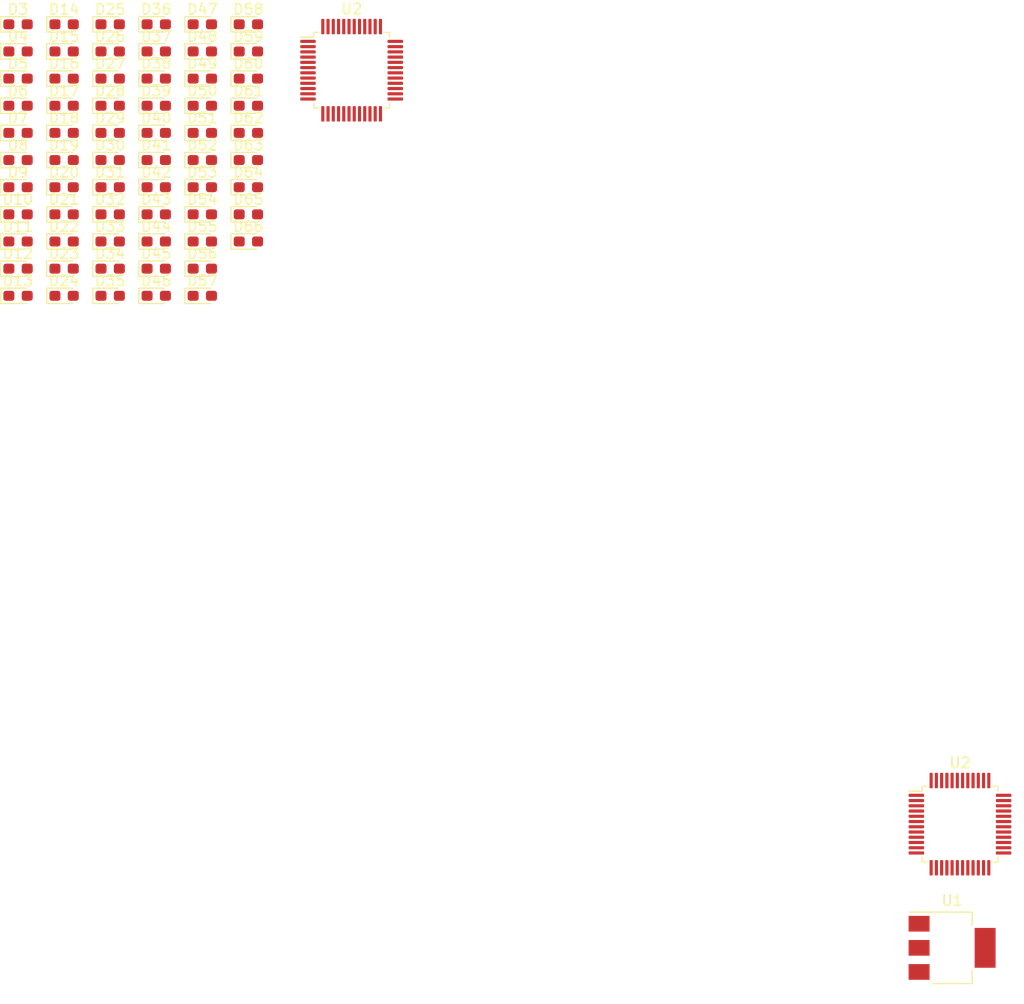
<source format=kicad_pcb>
(kicad_pcb (version 20221018) (generator pcbnew)
  (layers (0 "F.Cu" signal) (31 "B.Cu" signal) (34 "B.Paste" user) (35 "F.Paste" user) (36 "B.SilkS" user "B.Silkscreen") (37 "F.SilkS" user "F.Silkscreen") (38 "B.Mask" user) (39 "F.Mask" user) (44 "Edge.Cuts" user))
  (net 0 "")
  (net 1 "GND")
  (net 26 "Net-(U2-VSS-Pad23)")
  (footprint "LED_SMD:LED_0603_1608Metric_Pad1.05x0.95mm_HandSolder" (layer "F.Cu") (at 14.905 3.385)
    (fp_text reference "D37" (at 0 -1.43) (layer "F.SilkS"))
    (fp_text value "LED")
    (pad "1" smd roundrect (at -0.875 0) (size 1.05 0.95) (layers "F.Cu" "F.Paste" "F.Mask"))
    (pad "2" smd roundrect (at 0.875 0) (size 1.05 0.95) (layers "F.Cu" "F.Paste" "F.Mask"))
  )
  (footprint "LED_SMD:LED_0603_1608Metric_Pad1.05x0.95mm_HandSolder" (layer "F.Cu") (at 1.72 26.695)
    (fp_text reference "D13" (at 0 -1.43) (layer "F.SilkS"))
    (fp_text value "LED")
    (pad "1" smd roundrect (at -0.875 0) (size 1.05 0.95) (layers "F.Cu" "F.Paste" "F.Mask"))
    (pad "2" smd roundrect (at 0.875 0) (size 1.05 0.95) (layers "F.Cu" "F.Paste" "F.Mask"))
  )
  (footprint "LED_SMD:LED_0603_1608Metric_Pad1.05x0.95mm_HandSolder" (layer "F.Cu") (at 6.115 26.695)
    (fp_text reference "D24" (at 0 -1.43) (layer "F.SilkS"))
    (fp_text value "LED")
    (pad "1" smd roundrect (at -0.875 0) (size 1.05 0.95) (layers "F.Cu" "F.Paste" "F.Mask"))
    (pad "2" smd roundrect (at 0.875 0) (size 1.05 0.95) (layers "F.Cu" "F.Paste" "F.Mask"))
  )
  (footprint "LED_SMD:LED_0603_1608Metric_Pad1.05x0.95mm_HandSolder" (layer "F.Cu") (at 6.115 3.385)
    (fp_text reference "D15" (at 0 -1.43) (layer "F.SilkS"))
    (fp_text value "LED")
    (pad "1" smd roundrect (at -0.875 0) (size 1.05 0.95) (layers "F.Cu" "F.Paste" "F.Mask"))
    (pad "2" smd roundrect (at 0.875 0) (size 1.05 0.95) (layers "F.Cu" "F.Paste" "F.Mask"))
  )
  (footprint "LED_SMD:LED_0603_1608Metric_Pad1.05x0.95mm_HandSolder" (layer "F.Cu") (at 14.905 11.155)
    (fp_text reference "D40" (at 0 -1.43) (layer "F.SilkS"))
    (fp_text value "LED")
    (pad "1" smd roundrect (at -0.875 0) (size 1.05 0.95) (layers "F.Cu" "F.Paste" "F.Mask"))
    (pad "2" smd roundrect (at 0.875 0) (size 1.05 0.95) (layers "F.Cu" "F.Paste" "F.Mask"))
  )
  (footprint "LED_SMD:LED_0603_1608Metric_Pad1.05x0.95mm_HandSolder" (layer "F.Cu") (at 14.905 18.925)
    (fp_text reference "D43" (at 0 -1.43) (layer "F.SilkS"))
    (fp_text value "LED")
    (pad "1" smd roundrect (at -0.875 0) (size 1.05 0.95) (layers "F.Cu" "F.Paste" "F.Mask"))
    (pad "2" smd roundrect (at 0.875 0) (size 1.05 0.95) (layers "F.Cu" "F.Paste" "F.Mask"))
  )
  (footprint "LED_SMD:LED_0603_1608Metric_Pad1.05x0.95mm_HandSolder" (layer "F.Cu") (at 10.51 8.565)
    (fp_text reference "D28" (at 0 -1.43) (layer "F.SilkS"))
    (fp_text value "LED")
    (pad "1" smd roundrect (at -0.875 0) (size 1.05 0.95) (layers "F.Cu" "F.Paste" "F.Mask"))
    (pad "2" smd roundrect (at 0.875 0) (size 1.05 0.95) (layers "F.Cu" "F.Paste" "F.Mask"))
  )
  (footprint "LED_SMD:LED_0603_1608Metric_Pad1.05x0.95mm_HandSolder" (layer "F.Cu") (at 10.51 18.925)
    (fp_text reference "D32" (at 0 -1.43) (layer "F.SilkS"))
    (fp_text value "LED")
    (pad "1" smd roundrect (at -0.875 0) (size 1.05 0.95) (layers "F.Cu" "F.Paste" "F.Mask"))
    (pad "2" smd roundrect (at 0.875 0) (size 1.05 0.95) (layers "F.Cu" "F.Paste" "F.Mask"))
  )
  (footprint "LED_SMD:LED_0603_1608Metric_Pad1.05x0.95mm_HandSolder" (layer "F.Cu") (at 10.51 26.695)
    (fp_text reference "D35" (at 0 -1.43) (layer "F.SilkS"))
    (fp_text value "LED")
    (pad "1" smd roundrect (at -0.875 0) (size 1.05 0.95) (layers "F.Cu" "F.Paste" "F.Mask"))
    (pad "2" smd roundrect (at 0.875 0) (size 1.05 0.95) (layers "F.Cu" "F.Paste" "F.Mask"))
  )
  (footprint "LED_SMD:LED_0603_1608Metric_Pad1.05x0.95mm_HandSolder" (layer "F.Cu") (at 1.72 8.565)
    (fp_text reference "D6" (at 0 -1.43) (layer "F.SilkS"))
    (fp_text value "LED")
    (pad "1" smd roundrect (at -0.875 0) (size 1.05 0.95) (layers "F.Cu" "F.Paste" "F.Mask"))
    (pad "2" smd roundrect (at 0.875 0) (size 1.05 0.95) (layers "F.Cu" "F.Paste" "F.Mask"))
  )
  (footprint "LED_SMD:LED_0603_1608Metric_Pad1.05x0.95mm_HandSolder" (layer "F.Cu") (at 19.3 26.695)
    (fp_text reference "D57" (at 0 -1.43) (layer "F.SilkS"))
    (fp_text value "LED")
    (pad "1" smd roundrect (at -0.875 0) (size 1.05 0.95) (layers "F.Cu" "F.Paste" "F.Mask"))
    (pad "2" smd roundrect (at 0.875 0) (size 1.05 0.95) (layers "F.Cu" "F.Paste" "F.Mask"))
  )
  (footprint "LED_SMD:LED_0603_1608Metric_Pad1.05x0.95mm_HandSolder" (layer "F.Cu") (at 14.905 26.695)
    (fp_text reference "D46" (at 0 -1.43) (layer "F.SilkS"))
    (fp_text value "LED")
    (pad "1" smd roundrect (at -0.875 0) (size 1.05 0.95) (layers "F.Cu" "F.Paste" "F.Mask"))
    (pad "2" smd roundrect (at 0.875 0) (size 1.05 0.95) (layers "F.Cu" "F.Paste" "F.Mask"))
  )
  (footprint "LED_SMD:LED_0603_1608Metric_Pad1.05x0.95mm_HandSolder" (layer "F.Cu") (at 1.72 11.155)
    (fp_text reference "D7" (at 0 -1.43) (layer "F.SilkS"))
    (fp_text value "LED")
    (pad "1" smd roundrect (at -0.875 0) (size 1.05 0.95) (layers "F.Cu" "F.Paste" "F.Mask"))
    (pad "2" smd roundrect (at 0.875 0) (size 1.05 0.95) (layers "F.Cu" "F.Paste" "F.Mask"))
  )
  (footprint "Package_QFP:LQFP-48_7x7mm_P0.5mm" (layer "F.Cu") (at 91.58 77.1)
    (fp_text reference "U2" (at 0 -5.85) (layer "F.SilkS"))
    (fp_text value "STM32F103C8Tx")
    (pad "1" smd roundrect (at -4.1625 -2.75) (size 1.475 0.3) (layers "F.Cu" "F.Paste" "F.Mask"))
    (pad "2" smd roundrect (at -4.1625 -2.25) (size 1.475 0.3) (layers "F.Cu" "F.Paste" "F.Mask"))
    (pad "3" smd roundrect (at -4.1625 -1.75) (size 1.475 0.3) (layers "F.Cu" "F.Paste" "F.Mask"))
    (pad "4" smd roundrect (at -4.1625 -1.25) (size 1.475 0.3) (layers "F.Cu" "F.Paste" "F.Mask"))
    (pad "5" smd roundrect (at -4.1625 -0.75) (size 1.475 0.3) (layers "F.Cu" "F.Paste" "F.Mask"))
    (pad "6" smd roundrect (at -4.1625 -0.25) (size 1.475 0.3) (layers "F.Cu" "F.Paste" "F.Mask"))
    (pad "7" smd roundrect (at -4.1625 0.25) (size 1.475 0.3) (layers "F.Cu" "F.Paste" "F.Mask"))
    (pad "8" smd roundrect (at -4.1625 0.75) (size 1.475 0.3) (layers "F.Cu" "F.Paste" "F.Mask"))
    (pad "9" smd roundrect (at -4.1625 1.25) (size 1.475 0.3) (layers "F.Cu" "F.Paste" "F.Mask"))
    (pad "10" smd roundrect (at -4.1625 1.75) (size 1.475 0.3) (layers "F.Cu" "F.Paste" "F.Mask"))
    (pad "11" smd roundrect (at -4.1625 2.25) (size 1.475 0.3) (layers "F.Cu" "F.Paste" "F.Mask"))
    (pad "12" smd roundrect (at -4.1625 2.75) (size 1.475 0.3) (layers "F.Cu" "F.Paste" "F.Mask"))
    (pad "13" smd roundrect (at -2.75 4.1625) (size 0.3 1.475) (layers "F.Cu" "F.Paste" "F.Mask"))
    (pad "14" smd roundrect (at -2.25 4.1625) (size 0.3 1.475) (layers "F.Cu" "F.Paste" "F.Mask"))
    (pad "15" smd roundrect (at -1.75 4.1625) (size 0.3 1.475) (layers "F.Cu" "F.Paste" "F.Mask"))
    (pad "16" smd roundrect (at -1.25 4.1625) (size 0.3 1.475) (layers "F.Cu" "F.Paste" "F.Mask"))
    (pad "17" smd roundrect (at -0.75 4.1625) (size 0.3 1.475) (layers "F.Cu" "F.Paste" "F.Mask"))
    (pad "18" smd roundrect (at -0.25 4.1625) (size 0.3 1.475) (layers "F.Cu" "F.Paste" "F.Mask"))
    (pad "19" smd roundrect (at 0.25 4.1625) (size 0.3 1.475) (layers "F.Cu" "F.Paste" "F.Mask"))
    (pad "20" smd roundrect (at 0.75 4.1625) (size 0.3 1.475) (layers "F.Cu" "F.Paste" "F.Mask"))
    (pad "21" smd roundrect (at 1.25 4.1625) (size 0.3 1.475) (layers "F.Cu" "F.Paste" "F.Mask"))
    (pad "22" smd roundrect (at 1.75 4.1625) (size 0.3 1.475) (layers "F.Cu" "F.Paste" "F.Mask"))
    (pad "23" smd roundrect (at 2.25 4.1625) (size 0.3 1.475) (layers "F.Cu" "F.Paste" "F.Mask") (net 26 "Net-(U2-VSS-Pad23)"))
    (pad "24" smd roundrect (at 2.75 4.1625) (size 0.3 1.475) (layers "F.Cu" "F.Paste" "F.Mask"))
    (pad "25" smd roundrect (at 4.1625 2.75) (size 1.475 0.3) (layers "F.Cu" "F.Paste" "F.Mask"))
    (pad "26" smd roundrect (at 4.1625 2.25) (size 1.475 0.3) (layers "F.Cu" "F.Paste" "F.Mask"))
    (pad "27" smd roundrect (at 4.1625 1.75) (size 1.475 0.3) (layers "F.Cu" "F.Paste" "F.Mask"))
    (pad "28" smd roundrect (at 4.1625 1.25) (size 1.475 0.3) (layers "F.Cu" "F.Paste" "F.Mask"))
    (pad "29" smd roundrect (at 4.1625 0.75) (size 1.475 0.3) (layers "F.Cu" "F.Paste" "F.Mask"))
    (pad "30" smd roundrect (at 4.1625 0.25) (size 1.475 0.3) (layers "F.Cu" "F.Paste" "F.Mask"))
    (pad "31" smd roundrect (at 4.1625 -0.25) (size 1.475 0.3) (layers "F.Cu" "F.Paste" "F.Mask"))
    (pad "32" smd roundrect (at 4.1625 -0.75) (size 1.475 0.3) (layers "F.Cu" "F.Paste" "F.Mask"))
    (pad "33" smd roundrect (at 4.1625 -1.25) (size 1.475 0.3) (layers "F.Cu" "F.Paste" "F.Mask"))
    (pad "34" smd roundrect (at 4.1625 -1.75) (size 1.475 0.3) (layers "F.Cu" "F.Paste" "F.Mask"))
    (pad "35" smd roundrect (at 4.1625 -2.25) (size 1.475 0.3) (layers "F.Cu" "F.Paste" "F.Mask") (net 26 "Net-(U2-VSS-Pad23)"))
    (pad "36" smd roundrect (at 4.1625 -2.75) (size 1.475 0.3) (layers "F.Cu" "F.Paste" "F.Mask"))
    (pad "37" smd roundrect (at 2.75 -4.1625) (size 0.3 1.475) (layers "F.Cu" "F.Paste" "F.Mask"))
    (pad "38" smd roundrect (at 2.25 -4.1625) (size 0.3 1.475) (layers "F.Cu" "F.Paste" "F.Mask"))
    (pad "39" smd roundrect (at 1.75 -4.1625) (size 0.3 1.475) (layers "F.Cu" "F.Paste" "F.Mask"))
    (pad "40" smd roundrect (at 1.25 -4.1625) (size 0.3 1.475) (layers "F.Cu" "F.Paste" "F.Mask"))
    (pad "41" smd roundrect (at 0.75 -4.1625) (size 0.3 1.475) (layers "F.Cu" "F.Paste" "F.Mask"))
    (pad "42" smd roundrect (at 0.25 -4.1625) (size 0.3 1.475) (layers "F.Cu" "F.Paste" "F.Mask"))
    (pad "43" smd roundrect (at -0.25 -4.1625) (size 0.3 1.475) (layers "F.Cu" "F.Paste" "F.Mask"))
    (pad "44" smd roundrect (at -0.75 -4.1625) (size 0.3 1.475) (layers "F.Cu" "F.Paste" "F.Mask"))
    (pad "45" smd roundrect (at -1.25 -4.1625) (size 0.3 1.475) (layers "F.Cu" "F.Paste" "F.Mask"))
    (pad "46" smd roundrect (at -1.75 -4.1625) (size 0.3 1.475) (layers "F.Cu" "F.Paste" "F.Mask"))
    (pad "47" smd roundrect (at -2.25 -4.1625) (size 0.3 1.475) (layers "F.Cu" "F.Paste" "F.Mask") (net 26 "Net-(U2-VSS-Pad23)"))
    (pad "48" smd roundrect (at -2.75 -4.1625) (size 0.3 1.475) (layers "F.Cu" "F.Paste" "F.Mask"))
  )
  (footprint "LED_SMD:LED_0603_1608Metric_Pad1.05x0.95mm_HandSolder" (layer "F.Cu") (at 19.3 18.925)
    (fp_text reference "D54" (at 0 -1.43) (layer "F.SilkS"))
    (fp_text value "LED")
    (pad "1" smd roundrect (at -0.875 0) (size 1.05 0.95) (layers "F.Cu" "F.Paste" "F.Mask"))
    (pad "2" smd roundrect (at 0.875 0) (size 1.05 0.95) (layers "F.Cu" "F.Paste" "F.Mask"))
  )
  (footprint "LED_SMD:LED_0603_1608Metric_Pad1.05x0.95mm_HandSolder" (layer "F.Cu") (at 23.695 21.515)
    (fp_text reference "D66" (at 0 -1.43) (layer "F.SilkS"))
    (fp_text value "LED")
    (pad "1" smd roundrect (at -0.875 0) (size 1.05 0.95) (layers "F.Cu" "F.Paste" "F.Mask"))
    (pad "2" smd roundrect (at 0.875 0) (size 1.05 0.95) (layers "F.Cu" "F.Paste" "F.Mask"))
  )
  (footprint "LED_SMD:LED_0603_1608Metric_Pad1.05x0.95mm_HandSolder" (layer "F.Cu") (at 19.3 0.795)
    (fp_text reference "D47" (at 0 -1.43) (layer "F.SilkS"))
    (fp_text value "LED")
    (pad "1" smd roundrect (at -0.875 0) (size 1.05 0.95) (layers "F.Cu" "F.Paste" "F.Mask"))
    (pad "2" smd roundrect (at 0.875 0) (size 1.05 0.95) (layers "F.Cu" "F.Paste" "F.Mask"))
  )
  (footprint "LED_SMD:LED_0603_1608Metric_Pad1.05x0.95mm_HandSolder" (layer "F.Cu") (at 6.115 0.795)
    (fp_text reference "D14" (at 0 -1.43) (layer "F.SilkS"))
    (fp_text value "LED")
    (pad "1" smd roundrect (at -0.875 0) (size 1.05 0.95) (layers "F.Cu" "F.Paste" "F.Mask"))
    (pad "2" smd roundrect (at 0.875 0) (size 1.05 0.95) (layers "F.Cu" "F.Paste" "F.Mask"))
  )
  (footprint "LED_SMD:LED_0603_1608Metric_Pad1.05x0.95mm_HandSolder" (layer "F.Cu") (at 1.72 0.795)
    (fp_text reference "D3" (at 0 -1.43) (layer "F.SilkS"))
    (fp_text value "LED")
    (pad "1" smd roundrect (at -0.875 0) (size 1.05 0.95) (layers "F.Cu" "F.Paste" "F.Mask"))
    (pad "2" smd roundrect (at 0.875 0) (size 1.05 0.95) (layers "F.Cu" "F.Paste" "F.Mask"))
  )
  (footprint "LED_SMD:LED_0603_1608Metric_Pad1.05x0.95mm_HandSolder" (layer "F.Cu") (at 1.72 13.745)
    (fp_text reference "D8" (at 0 -1.43) (layer "F.SilkS"))
    (fp_text value "LED")
    (pad "1" smd roundrect (at -0.875 0) (size 1.05 0.95) (layers "F.Cu" "F.Paste" "F.Mask"))
    (pad "2" smd roundrect (at 0.875 0) (size 1.05 0.95) (layers "F.Cu" "F.Paste" "F.Mask"))
  )
  (footprint "LED_SMD:LED_0603_1608Metric_Pad1.05x0.95mm_HandSolder" (layer "F.Cu") (at 6.115 24.105)
    (fp_text reference "D23" (at 0 -1.43) (layer "F.SilkS"))
    (fp_text value "LED")
    (pad "1" smd roundrect (at -0.875 0) (size 1.05 0.95) (layers "F.Cu" "F.Paste" "F.Mask"))
    (pad "2" smd roundrect (at 0.875 0) (size 1.05 0.95) (layers "F.Cu" "F.Paste" "F.Mask"))
  )
  (footprint "LED_SMD:LED_0603_1608Metric_Pad1.05x0.95mm_HandSolder" (layer "F.Cu") (at 19.3 3.385)
    (fp_text reference "D48" (at 0 -1.43) (layer "F.SilkS"))
    (fp_text value "LED")
    (pad "1" smd roundrect (at -0.875 0) (size 1.05 0.95) (layers "F.Cu" "F.Paste" "F.Mask"))
    (pad "2" smd roundrect (at 0.875 0) (size 1.05 0.95) (layers "F.Cu" "F.Paste" "F.Mask"))
  )
  (footprint "LED_SMD:LED_0603_1608Metric_Pad1.05x0.95mm_HandSolder" (layer "F.Cu") (at 10.51 21.515)
    (fp_text reference "D33" (at 0 -1.43) (layer "F.SilkS"))
    (fp_text value "LED")
    (pad "1" smd roundrect (at -0.875 0) (size 1.05 0.95) (layers "F.Cu" "F.Paste" "F.Mask"))
    (pad "2" smd roundrect (at 0.875 0) (size 1.05 0.95) (layers "F.Cu" "F.Paste" "F.Mask"))
  )
  (footprint "LED_SMD:LED_0603_1608Metric_Pad1.05x0.95mm_HandSolder" (layer "F.Cu") (at 14.905 0.795)
    (fp_text reference "D36" (at 0 -1.43) (layer "F.SilkS"))
    (fp_text value "LED")
    (pad "1" smd roundrect (at -0.875 0) (size 1.05 0.95) (layers "F.Cu" "F.Paste" "F.Mask"))
    (pad "2" smd roundrect (at 0.875 0) (size 1.05 0.95) (layers "F.Cu" "F.Paste" "F.Mask"))
  )
  (footprint "LED_SMD:LED_0603_1608Metric_Pad1.05x0.95mm_HandSolder" (layer "F.Cu") (at 23.695 3.385)
    (fp_text reference "D59" (at 0 -1.43) (layer "F.SilkS"))
    (fp_text value "LED")
    (pad "1" smd roundrect (at -0.875 0) (size 1.05 0.95) (layers "F.Cu" "F.Paste" "F.Mask"))
    (pad "2" smd roundrect (at 0.875 0) (size 1.05 0.95) (layers "F.Cu" "F.Paste" "F.Mask"))
  )
  (footprint "LED_SMD:LED_0603_1608Metric_Pad1.05x0.95mm_HandSolder" (layer "F.Cu") (at 10.51 0.795)
    (fp_text reference "D25" (at 0 -1.43) (layer "F.SilkS"))
    (fp_text value "LED")
    (pad "1" smd roundrect (at -0.875 0) (size 1.05 0.95) (layers "F.Cu" "F.Paste" "F.Mask"))
    (pad "2" smd roundrect (at 0.875 0) (size 1.05 0.95) (layers "F.Cu" "F.Paste" "F.Mask"))
  )
  (footprint "LED_SMD:LED_0603_1608Metric_Pad1.05x0.95mm_HandSolder" (layer "F.Cu") (at 6.115 21.515)
    (fp_text reference "D22" (at 0 -1.43) (layer "F.SilkS"))
    (fp_text value "LED")
    (pad "1" smd roundrect (at -0.875 0) (size 1.05 0.95) (layers "F.Cu" "F.Paste" "F.Mask"))
    (pad "2" smd roundrect (at 0.875 0) (size 1.05 0.95) (layers "F.Cu" "F.Paste" "F.Mask"))
  )
  (footprint "LED_SMD:LED_0603_1608Metric_Pad1.05x0.95mm_HandSolder" (layer "F.Cu") (at 19.3 16.335)
    (fp_text reference "D53" (at 0 -1.43) (layer "F.SilkS"))
    (fp_text value "LED")
    (pad "1" smd roundrect (at -0.875 0) (size 1.05 0.95) (layers "F.Cu" "F.Paste" "F.Mask"))
    (pad "2" smd roundrect (at 0.875 0) (size 1.05 0.95) (layers "F.Cu" "F.Paste" "F.Mask"))
  )
  (footprint "LED_SMD:LED_0603_1608Metric_Pad1.05x0.95mm_HandSolder" (layer "F.Cu") (at 19.3 21.515)
    (fp_text reference "D55" (at 0 -1.43) (layer "F.SilkS"))
    (fp_text value "LED")
    (pad "1" smd roundrect (at -0.875 0) (size 1.05 0.95) (layers "F.Cu" "F.Paste" "F.Mask"))
    (pad "2" smd roundrect (at 0.875 0) (size 1.05 0.95) (layers "F.Cu" "F.Paste" "F.Mask"))
  )
  (footprint "LED_SMD:LED_0603_1608Metric_Pad1.05x0.95mm_HandSolder" (layer "F.Cu") (at 19.3 11.155)
    (fp_text reference "D51" (at 0 -1.43) (layer "F.SilkS"))
    (fp_text value "LED")
    (pad "1" smd roundrect (at -0.875 0) (size 1.05 0.95) (layers "F.Cu" "F.Paste" "F.Mask"))
    (pad "2" smd roundrect (at 0.875 0) (size 1.05 0.95) (layers "F.Cu" "F.Paste" "F.Mask"))
  )
  (footprint "LED_SMD:LED_0603_1608Metric_Pad1.05x0.95mm_HandSolder" (layer "F.Cu") (at 10.51 5.975)
    (fp_text reference "D27" (at 0 -1.43) (layer "F.SilkS"))
    (fp_text value "LED")
    (pad "1" smd roundrect (at -0.875 0) (size 1.05 0.95) (layers "F.Cu" "F.Paste" "F.Mask"))
    (pad "2" smd roundrect (at 0.875 0) (size 1.05 0.95) (layers "F.Cu" "F.Paste" "F.Mask"))
  )
  (footprint "LED_SMD:LED_0603_1608Metric_Pad1.05x0.95mm_HandSolder" (layer "F.Cu") (at 19.3 8.565)
    (fp_text reference "D50" (at 0 -1.43) (layer "F.SilkS"))
    (fp_text value "LED")
    (pad "1" smd roundrect (at -0.875 0) (size 1.05 0.95) (layers "F.Cu" "F.Paste" "F.Mask"))
    (pad "2" smd roundrect (at 0.875 0) (size 1.05 0.95) (layers "F.Cu" "F.Paste" "F.Mask"))
  )
  (footprint "LED_SMD:LED_0603_1608Metric_Pad1.05x0.95mm_HandSolder" (layer "F.Cu") (at 1.72 5.975)
    (fp_text reference "D5" (at 0 -1.43) (layer "F.SilkS"))
    (fp_text value "LED")
    (pad "1" smd roundrect (at -0.875 0) (size 1.05 0.95) (layers "F.Cu" "F.Paste" "F.Mask"))
    (pad "2" smd roundrect (at 0.875 0) (size 1.05 0.95) (layers "F.Cu" "F.Paste" "F.Mask"))
  )
  (footprint "LED_SMD:LED_0603_1608Metric_Pad1.05x0.95mm_HandSolder" (layer "F.Cu") (at 1.72 3.385)
    (fp_text reference "D4" (at 0 -1.43) (layer "F.SilkS"))
    (fp_text value "LED")
    (pad "1" smd roundrect (at -0.875 0) (size 1.05 0.95) (layers "F.Cu" "F.Paste" "F.Mask"))
    (pad "2" smd roundrect (at 0.875 0) (size 1.05 0.95) (layers "F.Cu" "F.Paste" "F.Mask"))
  )
  (footprint "LED_SMD:LED_0603_1608Metric_Pad1.05x0.95mm_HandSolder" (layer "F.Cu") (at 23.695 18.925)
    (fp_text reference "D65" (at 0 -1.43) (layer "F.SilkS"))
    (fp_text value "LED")
    (pad "1" smd roundrect (at -0.875 0) (size 1.05 0.95) (layers "F.Cu" "F.Paste" "F.Mask"))
    (pad "2" smd roundrect (at 0.875 0) (size 1.05 0.95) (layers "F.Cu" "F.Paste" "F.Mask"))
  )
  (footprint "LED_SMD:LED_0603_1608Metric_Pad1.05x0.95mm_HandSolder" (layer "F.Cu") (at 23.695 13.745)
    (fp_text reference "D63" (at 0 -1.43) (layer "F.SilkS"))
    (fp_text value "LED")
    (pad "1" smd roundrect (at -0.875 0) (size 1.05 0.95) (layers "F.Cu" "F.Paste" "F.Mask"))
    (pad "2" smd roundrect (at 0.875 0) (size 1.05 0.95) (layers "F.Cu" "F.Paste" "F.Mask"))
  )
  (footprint "LED_SMD:LED_0603_1608Metric_Pad1.05x0.95mm_HandSolder" (layer "F.Cu") (at 19.3 24.105)
    (fp_text reference "D56" (at 0 -1.43) (layer "F.SilkS"))
    (fp_text value "LED")
    (pad "1" smd roundrect (at -0.875 0) (size 1.05 0.95) (layers "F.Cu" "F.Paste" "F.Mask"))
    (pad "2" smd roundrect (at 0.875 0) (size 1.05 0.95) (layers "F.Cu" "F.Paste" "F.Mask"))
  )
  (footprint "LED_SMD:LED_0603_1608Metric_Pad1.05x0.95mm_HandSolder" (layer "F.Cu") (at 14.905 24.105)
    (fp_text reference "D45" (at 0 -1.43) (layer "F.SilkS"))
    (fp_text value "LED")
    (pad "1" smd roundrect (at -0.875 0) (size 1.05 0.95) (layers "F.Cu" "F.Paste" "F.Mask"))
    (pad "2" smd roundrect (at 0.875 0) (size 1.05 0.95) (layers "F.Cu" "F.Paste" "F.Mask"))
  )
  (footprint "LED_SMD:LED_0603_1608Metric_Pad1.05x0.95mm_HandSolder" (layer "F.Cu") (at 23.695 5.975)
    (fp_text reference "D60" (at 0 -1.43) (layer "F.SilkS"))
    (fp_text value "LED")
    (pad "1" smd roundrect (at -0.875 0) (size 1.05 0.95) (layers "F.Cu" "F.Paste" "F.Mask"))
    (pad "2" smd roundrect (at 0.875 0) (size 1.05 0.95) (layers "F.Cu" "F.Paste" "F.Mask"))
  )
  (footprint "LED_SMD:LED_0603_1608Metric_Pad1.05x0.95mm_HandSolder" (layer "F.Cu") (at 6.115 13.745)
    (fp_text reference "D19" (at 0 -1.43) (layer "F.SilkS"))
    (fp_text value "LED")
    (pad "1" smd roundrect (at -0.875 0) (size 1.05 0.95) (layers "F.Cu" "F.Paste" "F.Mask"))
    (pad "2" smd roundrect (at 0.875 0) (size 1.05 0.95) (layers "F.Cu" "F.Paste" "F.Mask"))
  )
  (footprint "LED_SMD:LED_0603_1608Metric_Pad1.05x0.95mm_HandSolder" (layer "F.Cu") (at 14.905 8.565)
    (fp_text reference "D39" (at 0 -1.43) (layer "F.SilkS"))
    (fp_text value "LED")
    (pad "1" smd roundrect (at -0.875 0) (size 1.05 0.95) (layers "F.Cu" "F.Paste" "F.Mask"))
    (pad "2" smd roundrect (at 0.875 0) (size 1.05 0.95) (layers "F.Cu" "F.Paste" "F.Mask"))
  )
  (footprint "Package_TO_SOT_SMD:SOT-223-3_TabPin2" (layer "F.Cu") (at 90.83 88.9)
    (fp_text reference "U1" (at 0 -4.5) (layer "F.SilkS"))
    (fp_text value "AMS1117-3.3")
    (pad "1" smd rect (at -3.15 -2.3) (size 2 1.5) (layers "F.Cu" "F.Paste" "F.Mask") (net 1 "GND"))
    (pad "2" smd rect (at -3.15 0) (size 2 1.5) (layers "F.Cu" "F.Paste" "F.Mask"))
    (pad "2" smd rect (at 3.15 0) (size 2 3.8) (layers "F.Cu" "F.Paste" "F.Mask"))
    (pad "3" smd rect (at -3.15 2.3) (size 2 1.5) (layers "F.Cu" "F.Paste" "F.Mask"))
  )
  (footprint "LED_SMD:LED_0603_1608Metric_Pad1.05x0.95mm_HandSolder" (layer "F.Cu") (at 14.905 5.975)
    (fp_text reference "D38" (at 0 -1.43) (layer "F.SilkS"))
    (fp_text value "LED")
    (pad "1" smd roundrect (at -0.875 0) (size 1.05 0.95) (layers "F.Cu" "F.Paste" "F.Mask"))
    (pad "2" smd roundrect (at 0.875 0) (size 1.05 0.95) (layers "F.Cu" "F.Paste" "F.Mask"))
  )
  (footprint "LED_SMD:LED_0603_1608Metric_Pad1.05x0.95mm_HandSolder" (layer "F.Cu") (at 10.51 11.155)
    (fp_text reference "D29" (at 0 -1.43) (layer "F.SilkS"))
    (fp_text value "LED")
    (pad "1" smd roundrect (at -0.875 0) (size 1.05 0.95) (layers "F.Cu" "F.Paste" "F.Mask"))
    (pad "2" smd roundrect (at 0.875 0) (size 1.05 0.95) (layers "F.Cu" "F.Paste" "F.Mask"))
  )
  (footprint "LED_SMD:LED_0603_1608Metric_Pad1.05x0.95mm_HandSolder" (layer "F.Cu") (at 10.51 24.105)
    (fp_text reference "D34" (at 0 -1.43) (layer "F.SilkS"))
    (fp_text value "LED")
    (pad "1" smd roundrect (at -0.875 0) (size 1.05 0.95) (layers "F.Cu" "F.Paste" "F.Mask"))
    (pad "2" smd roundrect (at 0.875 0) (size 1.05 0.95) (layers "F.Cu" "F.Paste" "F.Mask"))
  )
  (footprint "LED_SMD:LED_0603_1608Metric_Pad1.05x0.95mm_HandSolder" (layer "F.Cu") (at 10.51 13.745)
    (fp_text reference "D30" (at 0 -1.43) (layer "F.SilkS"))
    (fp_text value "LED")
    (pad "1" smd roundrect (at -0.875 0) (size 1.05 0.95) (layers "F.Cu" "F.Paste" "F.Mask"))
    (pad "2" smd roundrect (at 0.875 0) (size 1.05 0.95) (layers "F.Cu" "F.Paste" "F.Mask"))
  )
  (footprint "LED_SMD:LED_0603_1608Metric_Pad1.05x0.95mm_HandSolder" (layer "F.Cu") (at 1.72 16.335)
    (fp_text reference "D9" (at 0 -1.43) (layer "F.SilkS"))
    (fp_text value "LED")
    (pad "1" smd roundrect (at -0.875 0) (size 1.05 0.95) (layers "F.Cu" "F.Paste" "F.Mask"))
    (pad "2" smd roundrect (at 0.875 0) (size 1.05 0.95) (layers "F.Cu" "F.Paste" "F.Mask"))
  )
  (footprint "Package_QFP:LQFP-48_7x7mm_P0.5mm" (layer "F.Cu") (at 33.545 5.175)
    (fp_text reference "U2" (at 0 -5.85) (layer "F.SilkS"))
    (fp_text value "STM32F103C8Tx")
    (pad "1" smd roundrect (at -4.1625 -2.75) (size 1.475 0.3) (layers "F.Cu" "F.Paste" "F.Mask"))
    (pad "2" smd roundrect (at -4.1625 -2.25) (size 1.475 0.3) (layers "F.Cu" "F.Paste" "F.Mask"))
    (pad "3" smd roundrect (at -4.1625 -1.75) (size 1.475 0.3) (layers "F.Cu" "F.Paste" "F.Mask"))
    (pad "4" smd roundrect (at -4.1625 -1.25) (size 1.475 0.3) (layers "F.Cu" "F.Paste" "F.Mask"))
    (pad "5" smd roundrect (at -4.1625 -0.75) (size 1.475 0.3) (layers "F.Cu" "F.Paste" "F.Mask"))
    (pad "6" smd roundrect (at -4.1625 -0.25) (size 1.475 0.3) (layers "F.Cu" "F.Paste" "F.Mask"))
    (pad "7" smd roundrect (at -4.1625 0.25) (size 1.475 0.3) (layers "F.Cu" "F.Paste" "F.Mask"))
    (pad "8" smd roundrect (at -4.1625 0.75) (size 1.475 0.3) (layers "F.Cu" "F.Paste" "F.Mask"))
    (pad "9" smd roundrect (at -4.1625 1.25) (size 1.475 0.3) (layers "F.Cu" "F.Paste" "F.Mask"))
    (pad "10" smd roundrect (at -4.1625 1.75) (size 1.475 0.3) (layers "F.Cu" "F.Paste" "F.Mask"))
    (pad "11" smd roundrect (at -4.1625 2.25) (size 1.475 0.3) (layers "F.Cu" "F.Paste" "F.Mask"))
    (pad "12" smd roundrect (at -4.1625 2.75) (size 1.475 0.3) (layers "F.Cu" "F.Paste" "F.Mask"))
    (pad "13" smd roundrect (at -2.75 4.1625) (size 0.3 1.475) (layers "F.Cu" "F.Paste" "F.Mask"))
    (pad "14" smd roundrect (at -2.25 4.1625) (size 0.3 1.475) (layers "F.Cu" "F.Paste" "F.Mask"))
    (pad "15" smd roundrect (at -1.75 4.1625) (size 0.3 1.475) (layers "F.Cu" "F.Paste" "F.Mask"))
    (pad "16" smd roundrect (at -1.25 4.1625) (size 0.3 1.475) (layers "F.Cu" "F.Paste" "F.Mask"))
    (pad "17" smd roundrect (at -0.75 4.1625) (size 0.3 1.475) (layers "F.Cu" "F.Paste" "F.Mask"))
    (pad "18" smd roundrect (at -0.25 4.1625) (size 0.3 1.475) (layers "F.Cu" "F.Paste" "F.Mask"))
    (pad "19" smd roundrect (at 0.25 4.1625) (size 0.3 1.475) (layers "F.Cu" "F.Paste" "F.Mask"))
    (pad "20" smd roundrect (at 0.75 4.1625) (size 0.3 1.475) (layers "F.Cu" "F.Paste" "F.Mask"))
    (pad "21" smd roundrect (at 1.25 4.1625) (size 0.3 1.475) (layers "F.Cu" "F.Paste" "F.Mask"))
    (pad "22" smd roundrect (at 1.75 4.1625) (size 0.3 1.475) (layers "F.Cu" "F.Paste" "F.Mask"))
    (pad "23" smd roundrect (at 2.25 4.1625) (size 0.3 1.475) (layers "F.Cu" "F.Paste" "F.Mask") (net 26 "Net-(U2-VSS-Pad23)"))
    (pad "24" smd roundrect (at 2.75 4.1625) (size 0.3 1.475) (layers "F.Cu" "F.Paste" "F.Mask"))
    (pad "25" smd roundrect (at 4.1625 2.75) (size 1.475 0.3) (layers "F.Cu" "F.Paste" "F.Mask"))
    (pad "26" smd roundrect (at 4.1625 2.25) (size 1.475 0.3) (layers "F.Cu" "F.Paste" "F.Mask"))
    (pad "27" smd roundrect (at 4.1625 1.75) (size 1.475 0.3) (layers "F.Cu" "F.Paste" "F.Mask"))
    (pad "28" smd roundrect (at 4.1625 1.25) (size 1.475 0.3) (layers "F.Cu" "F.Paste" "F.Mask"))
    (pad "29" smd roundrect (at 4.1625 0.75) (size 1.475 0.3) (layers "F.Cu" "F.Paste" "F.Mask"))
    (pad "30" smd roundrect (at 4.1625 0.25) (size 1.475 0.3) (layers "F.Cu" "F.Paste" "F.Mask"))
    (pad "31" smd roundrect (at 4.1625 -0.25) (size 1.475 0.3) (layers "F.Cu" "F.Paste" "F.Mask"))
    (pad "32" smd roundrect (at 4.1625 -0.75) (size 1.475 0.3) (layers "F.Cu" "F.Paste" "F.Mask"))
    (pad "33" smd roundrect (at 4.1625 -1.25) (size 1.475 0.3) (layers "F.Cu" "F.Paste" "F.Mask"))
    (pad "34" smd roundrect (at 4.1625 -1.75) (size 1.475 0.3) (layers "F.Cu" "F.Paste" "F.Mask"))
    (pad "35" smd roundrect (at 4.1625 -2.25) (size 1.475 0.3) (layers "F.Cu" "F.Paste" "F.Mask") (net 26 "Net-(U2-VSS-Pad23)"))
    (pad "36" smd roundrect (at 4.1625 -2.75) (size 1.475 0.3) (layers "F.Cu" "F.Paste" "F.Mask"))
    (pad "37" smd roundrect (at 2.75 -4.1625) (size 0.3 1.475) (layers "F.Cu" "F.Paste" "F.Mask"))
    (pad "38" smd roundrect (at 2.25 -4.1625) (size 0.3 1.475) (layers "F.Cu" "F.Paste" "F.Mask"))
    (pad "39" smd roundrect (at 1.75 -4.1625) (size 0.3 1.475) (layers "F.Cu" "F.Paste" "F.Mask"))
    (pad "40" smd roundrect (at 1.25 -4.1625) (size 0.3 1.475) (layers "F.Cu" "F.Paste" "F.Mask"))
    (pad "41" smd roundrect (at 0.75 -4.1625) (size 0.3 1.475) (layers "F.Cu" "F.Paste" "F.Mask"))
    (pad "42" smd roundrect (at 0.25 -4.1625) (size 0.3 1.475) (layers "F.Cu" "F.Paste" "F.Mask"))
    (pad "43" smd roundrect (at -0.25 -4.1625) (size 0.3 1.475) (layers "F.Cu" "F.Paste" "F.Mask"))
    (pad "44" smd roundrect (at -0.75 -4.1625) (size 0.3 1.475) (layers "F.Cu" "F.Paste" "F.Mask"))
    (pad "45" smd roundrect (at -1.25 -4.1625) (size 0.3 1.475) (layers "F.Cu" "F.Paste" "F.Mask"))
    (pad "46" smd roundrect (at -1.75 -4.1625) (size 0.3 1.475) (layers "F.Cu" "F.Paste" "F.Mask"))
    (pad "47" smd roundrect (at -2.25 -4.1625) (size 0.3 1.475) (layers "F.Cu" "F.Paste" "F.Mask") (net 26 "Net-(U2-VSS-Pad23)"))
    (pad "48" smd roundrect (at -2.75 -4.1625) (size 0.3 1.475) (layers "F.Cu" "F.Paste" "F.Mask"))
  )
  (footprint "LED_SMD:LED_0603_1608Metric_Pad1.05x0.95mm_HandSolder" (layer "F.Cu") (at 23.695 8.565)
    (fp_text reference "D61" (at 0 -1.43) (layer "F.SilkS"))
    (fp_text value "LED")
    (pad "1" smd roundrect (at -0.875 0) (size 1.05 0.95) (layers "F.Cu" "F.Paste" "F.Mask"))
    (pad "2" smd roundrect (at 0.875 0) (size 1.05 0.95) (layers "F.Cu" "F.Paste" "F.Mask"))
  )
  (footprint "LED_SMD:LED_0603_1608Metric_Pad1.05x0.95mm_HandSolder" (layer "F.Cu") (at 1.72 21.515)
    (fp_text reference "D11" (at 0 -1.43) (layer "F.SilkS"))
    (fp_text value "LED")
    (pad "1" smd roundrect (at -0.875 0) (size 1.05 0.95) (layers "F.Cu" "F.Paste" "F.Mask"))
    (pad "2" smd roundrect (at 0.875 0) (size 1.05 0.95) (layers "F.Cu" "F.Paste" "F.Mask"))
  )
  (footprint "LED_SMD:LED_0603_1608Metric_Pad1.05x0.95mm_HandSolder" (layer "F.Cu") (at 6.115 16.335)
    (fp_text reference "D20" (at 0 -1.43) (layer "F.SilkS"))
    (fp_text value "LED")
    (pad "1" smd roundrect (at -0.875 0) (size 1.05 0.95) (layers "F.Cu" "F.Paste" "F.Mask"))
    (pad "2" smd roundrect (at 0.875 0) (size 1.05 0.95) (layers "F.Cu" "F.Paste" "F.Mask"))
  )
  (footprint "LED_SMD:LED_0603_1608Metric_Pad1.05x0.95mm_HandSolder" (layer "F.Cu") (at 19.3 5.975)
    (fp_text reference "D49" (at 0 -1.43) (layer "F.SilkS"))
    (fp_text value "LED")
    (pad "1" smd roundrect (at -0.875 0) (size 1.05 0.95) (layers "F.Cu" "F.Paste" "F.Mask"))
    (pad "2" smd roundrect (at 0.875 0) (size 1.05 0.95) (layers "F.Cu" "F.Paste" "F.Mask"))
  )
  (footprint "LED_SMD:LED_0603_1608Metric_Pad1.05x0.95mm_HandSolder" (layer "F.Cu") (at 10.51 16.335)
    (fp_text reference "D31" (at 0 -1.43) (layer "F.SilkS"))
    (fp_text value "LED")
    (pad "1" smd roundrect (at -0.875 0) (size 1.05 0.95) (layers "F.Cu" "F.Paste" "F.Mask"))
    (pad "2" smd roundrect (at 0.875 0) (size 1.05 0.95) (layers "F.Cu" "F.Paste" "F.Mask"))
  )
  (footprint "LED_SMD:LED_0603_1608Metric_Pad1.05x0.95mm_HandSolder" (layer "F.Cu") (at 19.3 13.745)
    (fp_text reference "D52" (at 0 -1.43) (layer "F.SilkS"))
    (fp_text value "LED")
    (pad "1" smd roundrect (at -0.875 0) (size 1.05 0.95) (layers "F.Cu" "F.Paste" "F.Mask"))
    (pad "2" smd roundrect (at 0.875 0) (size 1.05 0.95) (layers "F.Cu" "F.Paste" "F.Mask"))
  )
  (footprint "LED_SMD:LED_0603_1608Metric_Pad1.05x0.95mm_HandSolder" (layer "F.Cu") (at 10.51 3.385)
    (fp_text reference "D26" (at 0 -1.43) (layer "F.SilkS"))
    (fp_text value "LED")
    (pad "1" smd roundrect (at -0.875 0) (size 1.05 0.95) (layers "F.Cu" "F.Paste" "F.Mask"))
    (pad "2" smd roundrect (at 0.875 0) (size 1.05 0.95) (layers "F.Cu" "F.Paste" "F.Mask"))
  )
  (footprint "LED_SMD:LED_0603_1608Metric_Pad1.05x0.95mm_HandSolder" (layer "F.Cu") (at 14.905 21.515)
    (fp_text reference "D44" (at 0 -1.43) (layer "F.SilkS"))
    (fp_text value "LED")
    (pad "1" smd roundrect (at -0.875 0) (size 1.05 0.95) (layers "F.Cu" "F.Paste" "F.Mask"))
    (pad "2" smd roundrect (at 0.875 0) (size 1.05 0.95) (layers "F.Cu" "F.Paste" "F.Mask"))
  )
  (footprint "LED_SMD:LED_0603_1608Metric_Pad1.05x0.95mm_HandSolder" (layer "F.Cu") (at 23.695 11.155)
    (fp_text reference "D62" (at 0 -1.43) (layer "F.SilkS"))
    (fp_text value "LED")
    (pad "1" smd roundrect (at -0.875 0) (size 1.05 0.95) (layers "F.Cu" "F.Paste" "F.Mask"))
    (pad "2" smd roundrect (at 0.875 0) (size 1.05 0.95) (layers "F.Cu" "F.Paste" "F.Mask"))
  )
  (footprint "LED_SMD:LED_0603_1608Metric_Pad1.05x0.95mm_HandSolder" (layer "F.Cu") (at 6.115 18.925)
    (fp_text reference "D21" (at 0 -1.43) (layer "F.SilkS"))
    (fp_text value "LED")
    (pad "1" smd roundrect (at -0.875 0) (size 1.05 0.95) (layers "F.Cu" "F.Paste" "F.Mask"))
    (pad "2" smd roundrect (at 0.875 0) (size 1.05 0.95) (layers "F.Cu" "F.Paste" "F.Mask"))
  )
  (footprint "LED_SMD:LED_0603_1608Metric_Pad1.05x0.95mm_HandSolder" (layer "F.Cu") (at 23.695 16.335)
    (fp_text reference "D64" (at 0 -1.43) (layer "F.SilkS"))
    (fp_text value "LED")
    (pad "1" smd roundrect (at -0.875 0) (size 1.05 0.95) (layers "F.Cu" "F.Paste" "F.Mask"))
    (pad "2" smd roundrect (at 0.875 0) (size 1.05 0.95) (layers "F.Cu" "F.Paste" "F.Mask"))
  )
  (footprint "LED_SMD:LED_0603_1608Metric_Pad1.05x0.95mm_HandSolder" (layer "F.Cu") (at 6.115 11.155)
    (fp_text reference "D18" (at 0 -1.43) (layer "F.SilkS"))
    (fp_text value "LED")
    (pad "1" smd roundrect (at -0.875 0) (size 1.05 0.95) (layers "F.Cu" "F.Paste" "F.Mask"))
    (pad "2" smd roundrect (at 0.875 0) (size 1.05 0.95) (layers "F.Cu" "F.Paste" "F.Mask"))
  )
  (footprint "LED_SMD:LED_0603_1608Metric_Pad1.05x0.95mm_HandSolder" (layer "F.Cu") (at 14.905 16.335)
    (fp_text reference "D42" (at 0 -1.43) (layer "F.SilkS"))
    (fp_text value "LED")
    (pad "1" smd roundrect (at -0.875 0) (size 1.05 0.95) (layers "F.Cu" "F.Paste" "F.Mask"))
    (pad "2" smd roundrect (at 0.875 0) (size 1.05 0.95) (layers "F.Cu" "F.Paste" "F.Mask"))
  )
  (footprint "LED_SMD:LED_0603_1608Metric_Pad1.05x0.95mm_HandSolder" (layer "F.Cu") (at 23.695 0.795)
    (fp_text reference "D58" (at 0 -1.43) (layer "F.SilkS"))
    (fp_text value "LED")
    (pad "1" smd roundrect (at -0.875 0) (size 1.05 0.95) (layers "F.Cu" "F.Paste" "F.Mask"))
    (pad "2" smd roundrect (at 0.875 0) (size 1.05 0.95) (layers "F.Cu" "F.Paste" "F.Mask"))
  )
  (footprint "LED_SMD:LED_0603_1608Metric_Pad1.05x0.95mm_HandSolder" (layer "F.Cu") (at 6.115 5.975)
    (fp_text reference "D16" (at 0 -1.43) (layer "F.SilkS"))
    (fp_text value "LED")
    (pad "1" smd roundrect (at -0.875 0) (size 1.05 0.95) (layers "F.Cu" "F.Paste" "F.Mask"))
    (pad "2" smd roundrect (at 0.875 0) (size 1.05 0.95) (layers "F.Cu" "F.Paste" "F.Mask"))
  )
  (footprint "LED_SMD:LED_0603_1608Metric_Pad1.05x0.95mm_HandSolder" (layer "F.Cu") (at 1.72 24.105)
    (fp_text reference "D12" (at 0 -1.43) (layer "F.SilkS"))
    (fp_text value "LED")
    (pad "1" smd roundrect (at -0.875 0) (size 1.05 0.95) (layers "F.Cu" "F.Paste" "F.Mask"))
    (pad "2" smd roundrect (at 0.875 0) (size 1.05 0.95) (layers "F.Cu" "F.Paste" "F.Mask"))
  )
  (footprint "LED_SMD:LED_0603_1608Metric_Pad1.05x0.95mm_HandSolder" (layer "F.Cu") (at 14.905 13.745)
    (fp_text reference "D41" (at 0 -1.43) (layer "F.SilkS"))
    (fp_text value "LED")
    (pad "1" smd roundrect (at -0.875 0) (size 1.05 0.95) (layers "F.Cu" "F.Paste" "F.Mask"))
    (pad "2" smd roundrect (at 0.875 0) (size 1.05 0.95) (layers "F.Cu" "F.Paste" "F.Mask"))
  )
  (footprint "LED_SMD:LED_0603_1608Metric_Pad1.05x0.95mm_HandSolder" (layer "F.Cu") (at 1.72 18.925)
    (fp_text reference "D10" (at 0 -1.43) (layer "F.SilkS"))
    (fp_text value "LED")
    (pad "1" smd roundrect (at -0.875 0) (size 1.05 0.95) (layers "F.Cu" "F.Paste" "F.Mask"))
    (pad "2" smd roundrect (at 0.875 0) (size 1.05 0.95) (layers "F.Cu" "F.Paste" "F.Mask"))
  )
  (footprint "LED_SMD:LED_0603_1608Metric_Pad1.05x0.95mm_HandSolder" (layer "F.Cu") (at 6.115 8.565)
    (fp_text reference "D17" (at 0 -1.43) (layer "F.SilkS"))
    (fp_text value "LED")
    (pad "1" smd roundrect (at -0.875 0) (size 1.05 0.95) (layers "F.Cu" "F.Paste" "F.Mask"))
    (pad "2" smd roundrect (at 0.875 0) (size 1.05 0.95) (layers "F.Cu" "F.Paste" "F.Mask"))
  )
)
</source>
